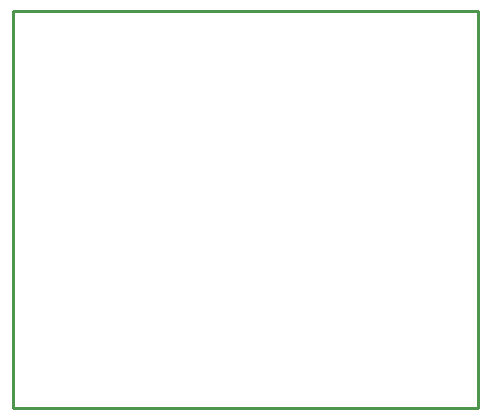
<source format=gko>
G04 EAGLE Gerber RS-274X export*
G75*
%MOMM*%
%FSLAX34Y34*%
%LPD*%
%INBoard Outline*%
%IPPOS*%
%AMOC8*
5,1,8,0,0,1.08239X$1,22.5*%
G01*
%ADD10C,0.254000*%


D10*
X0Y0D02*
X393700Y0D01*
X393700Y336550D01*
X0Y336550D01*
X0Y0D01*
M02*

</source>
